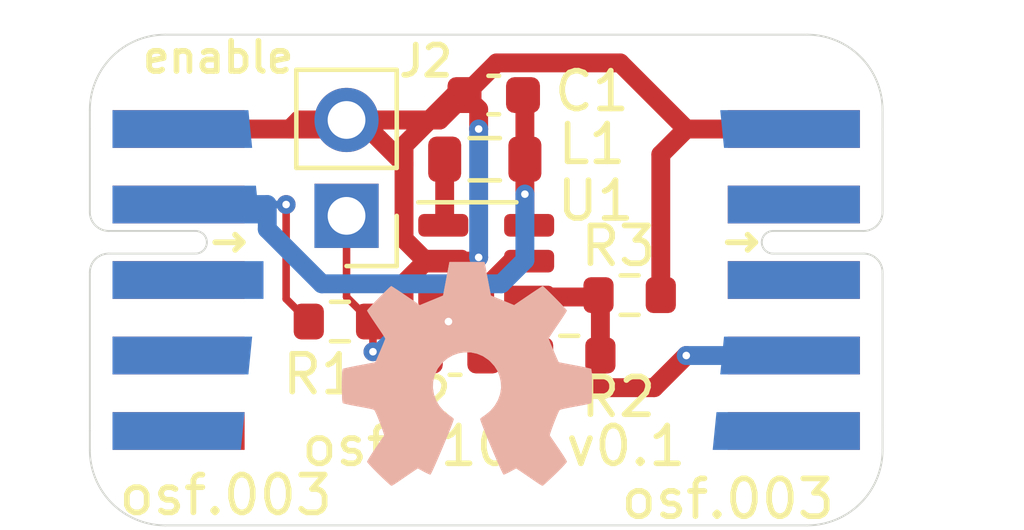
<source format=kicad_pcb>
(kicad_pcb (version 20211014) (generator pcbnew)
  (layers (0 "F.Cu" signal) (31 "B.Cu" signal) (34 "B.Paste" user) (35 "F.Paste" user) (36 "B.SilkS" user "B.Silkscreen") (37 "F.SilkS" user "F.Silkscreen") (38 "B.Mask" user) (39 "F.Mask" user) (44 "Edge.Cuts" user))
  (net 0 "")
  (net 1 "/step up/in")
  (net 2 "GND")
  (net 3 "/step up/3.3V")
  (net 20 "/step up/EN")
  (net 21 "/step up/SW")
  (net 22 "/step up/FB")
  (footprint "Inductor_SMD:L_0805_2012Metric" (layer "F.Cu") (at 150.4625 93.3 180)
    (fp_text reference "L1" (at -2.8375 0.4) (layer "F.SilkS"))
    (fp_text value "4.7uH")
    (fp_line (start -0.399622 -0.56) (end 0.399622 -0.56) (layer "F.SilkS") (width 0.12))
    (fp_line (start -0.399622 0.56) (end 0.399622 0.56) (layer "F.SilkS") (width 0.12))
    (pad "1" smd roundrect (at -1.0625 0 180) (size 0.875 1.2) (layers "F.Cu" "F.Paste" "F.Mask") (net 1 "/step up/in"))
    (pad "2" smd roundrect (at 1.0625 0 180) (size 0.875 1.2) (layers "F.Cu" "F.Paste" "F.Mask") (net 21 "/step up/SW"))
  )
  (footprint "Capacitor_SMD:C_0603_1608Metric" (layer "F.Cu") (at 149.675 98.5 180)
    (fp_text reference "C2" (at 1.075 -1.1) (layer "F.SilkS"))
    (fp_text value "10uF")
    (fp_line (start -0.14058 0.51) (end 0.14058 0.51) (layer "F.SilkS") (width 0.12))
    (fp_line (start -0.14058 -0.51) (end 0.14058 -0.51) (layer "F.SilkS") (width 0.12))
    (pad "1" smd roundrect (at -0.775 0 180) (size 0.9 0.95) (layers "F.Cu" "F.Paste" "F.Mask") (net 3 "/step up/3.3V"))
    (pad "2" smd roundrect (at 0.775 0 180) (size 0.9 0.95) (layers "F.Cu" "F.Paste" "F.Mask") (net 2 "GND"))
  )
  (footprint "Connector_PinHeader_2.54mm:PinHeader_1x02_P2.54mm_Vertical" (layer "F.Cu") (at 146.8 94.8 180)
    (fp_text reference "J2" (at -2.1 4.1) (layer "F.SilkS") (effects (font (size 0.8 0.8))))
    (fp_text value "Conn_01x02_Male")
    (fp_line (start -1.33 3.87) (end 1.33 3.87) (layer "F.SilkS") (width 0.12))
    (fp_line (start -1.33 0) (end -1.33 -1.33) (layer "F.SilkS") (width 0.12))
    (fp_line (start -1.33 -1.33) (end 0 -1.33) (layer "F.SilkS") (width 0.12))
    (fp_line (start 1.33 1.27) (end 1.33 3.87) (layer "F.SilkS") (width 0.12))
    (fp_line (start -1.33 1.27) (end 1.33 1.27) (layer "F.SilkS") (width 0.12))
    (fp_line (start -1.33 1.27) (end -1.33 3.87) (layer "F.SilkS") (width 0.12))
    (pad "1" thru_hole rect (at 0 0 180) (size 1.7 1.7) (drill 1) (layers *.Cu *.Mask) (net 20 "/step up/EN"))
    (pad "2" thru_hole oval (at 0 2.54 180) (size 1.7 1.7) (drill 1) (layers *.Cu *.Mask) (net 2 "GND"))
  )
  (footprint "on_edge:on_edge_2x05_device" (layer "F.Cu") (at 140 96.5 -90)
    (fp_text reference "J1")
    (fp_text value "003_power")
    (fp_line (start -1 -4.05) (end -1 -3.323) (layer "F.SilkS") (width 0.153))
    (fp_line (start -1.2 -3.85) (end -1 -4.05) (layer "F.SilkS") (width 0.153))
    (fp_line (start -1 -4.05) (end -0.8 -3.85) (layer "F.SilkS") (width 0.153))
    (fp_line (start -0.2 0) (end 4 0) (layer "Edge.Cuts") (width 0.05))
    (fp_line (start -4 0) (end -1.8 0) (layer "Edge.Cuts") (width 0.05))
    (fp_line (start -1.3 -2.8) (end -1.3 -0.5) (layer "Edge.Cuts") (width 0.05))
    (fp_line (start -0.7 -0.5) (end -0.7 -2.8) (layer "Edge.Cuts") (width 0.05))
    (fp_arc (start -1.3 -0.5) (mid -1.446447 -0.146447) (end -1.8 0) (layer "Edge.Cuts") (width 0.05))
    (fp_arc (start -1.3 -2.8) (mid -1 -3.1) (end -0.7 -2.8) (layer "Edge.Cuts") (width 0.05))
    (fp_arc (start -0.2 0) (mid -0.553553 -0.146447) (end -0.7 -0.5) (layer "Edge.Cuts") (width 0.05))
    (pad "1" smd rect (at -4 -2.35 90) (size 1 3.5) (layers "F.Cu" "F.Mask") (net 2 "GND"))
    (pad "2" smd rect (at -2 -2.35 270) (size 1 3.5) (layers "F.Cu" "F.Mask"))
    (pad "3" smd rect (at 0 -2.35 270) (size 1 3.5) (layers "F.Cu" "F.Mask"))
    (pad "4" smd rect (at 2 -2.35 90) (size 1 3.5) (layers "F.Cu" "F.Mask"))
    (pad "5" smd rect (at 4 -2.35 90) (size 1 3.5) (layers "F.Cu" "F.Mask"))
    (pad "6" smd custom (at -4 -2.4 270) (size 1 3.6) (layers "B.Cu" "B.Mask") (options (clearance outline) (anchor rect)) (primitives (gr_poly (pts (xy 0.5 -1.8) (xy 0.5 -1.9) (xy -0.5 -1.8)) (width 0) (fill yes))))
    (pad "7" smd custom (at -2 -2.1 270) (size 1 3) (layers "B.Cu" "B.Mask") (net 1 "/step up/in") (options (clearance outline) (anchor rect)) (primitives (gr_poly (pts (xy 0.3 -0.51) (xy 0.31 -0.62) (xy 0.33 -0.7) (xy 0.35 -0.76) (xy 0.37 -0.81) (xy 0.4 -0.86) (xy 0.44 -0.92) (xy 0.48 -0.97) (xy 0.5 -0.99) (xy 0.5 -2.4) (xy -0.5 -2.3) (xy -0.5 1.5) (xy 0.3 1.5)) (width 0) (fill yes))))
    (pad "8" smd rect (at 0 -2.6 270) (size 1 4) (layers "B.Cu" "B.Mask"))
    (pad "9" smd custom (at 2 -2.4 270) (size 1 3.6) (layers "B.Cu" "B.Mask") (options (clearance outline) (anchor rect)) (primitives (gr_poly (pts (xy -0.5 -1.8) (xy -0.5 -1.9) (xy 0.5 -1.8)) (width 0) (fill yes))))
    (pad "10" smd custom (at 4 -2.3 270) (size 1 3.4) (layers "B.Cu" "B.Mask") (options (clearance outline) (anchor rect)) (primitives (gr_poly (pts (xy -0.5 -1.7) (xy -0.5 -1.8) (xy 0.5 -1.7)) (width 0) (fill yes))))
  )
  (footprint "Resistor_SMD:R_0603_1608Metric" (layer "F.Cu") (at 154.3 96.9)
    (fp_text reference "R3" (at -0.3 -1.3) (layer "F.SilkS"))
    (fp_text value "180k")
    (fp_line (start -0.237258 -0.5225) (end 0.237258 -0.5225) (layer "F.SilkS") (width 0.12))
    (fp_line (start -0.237258 0.5225) (end 0.237258 0.5225) (layer "F.SilkS") (width 0.12))
    (pad "1" smd roundrect (at -0.825 0) (size 0.8 0.95) (layers "F.Cu" "F.Paste" "F.Mask") (net 22 "/step up/FB"))
    (pad "2" smd roundrect (at 0.825 0) (size 0.8 0.95) (layers "F.Cu" "F.Paste" "F.Mask") (net 2 "GND"))
  )
  (footprint "Resistor_SMD:R_0603_1608Metric" (layer "F.Cu") (at 152.7 98.5)
    (fp_text reference "R2" (at 1.3 1.1) (layer "F.SilkS"))
    (fp_text value "1M")
    (fp_line (start -0.237258 -0.5225) (end 0.237258 -0.5225) (layer "F.SilkS") (width 0.12))
    (fp_line (start -0.237258 0.5225) (end 0.237258 0.5225) (layer "F.SilkS") (width 0.12))
    (pad "1" smd roundrect (at -0.825 0) (size 0.8 0.95) (layers "F.Cu" "F.Paste" "F.Mask") (net 3 "/step up/3.3V"))
    (pad "2" smd roundrect (at 0.825 0) (size 0.8 0.95) (layers "F.Cu" "F.Paste" "F.Mask") (net 22 "/step up/FB"))
  )
  (footprint "Capacitor_SMD:C_0603_1608Metric" (layer "F.Cu") (at 150.7 91.6 180)
    (fp_text reference "C1" (at -2.6 0.1) (layer "F.SilkS"))
    (fp_text value "10uF")
    (fp_line (start -0.14058 -0.51) (end 0.14058 -0.51) (layer "F.SilkS") (width 0.12))
    (fp_line (start -0.14058 0.51) (end 0.14058 0.51) (layer "F.SilkS") (width 0.12))
    (pad "1" smd roundrect (at -0.775 0 180) (size 0.9 0.95) (layers "F.Cu" "F.Paste" "F.Mask") (net 1 "/step up/in"))
    (pad "2" smd roundrect (at 0.775 0 180) (size 0.9 0.95) (layers "F.Cu" "F.Paste" "F.Mask") (net 2 "GND"))
  )
  (footprint "on_edge:on_edge_2x05_host" (layer "F.Cu") (at 161 96.5 -90)
    (fp_text reference "J3")
    (fp_text value "003_power")
    (fp_line (start -0.8 3.573) (end -1 3.373) (layer "F.SilkS") (width 0.153))
    (fp_line (start -1 3.373) (end -1.2 3.573) (layer "F.SilkS") (width 0.153))
    (fp_line (start -1 4.1) (end -1 3.373) (layer "F.SilkS") (width 0.153))
    (fp_line (start -1.3 0.5) (end -1.3 2.9) (layer "Edge.Cuts") (width 0.05))
    (fp_line (start -4 0) (end -1.8 0) (layer "Edge.Cuts") (width 0.05))
    (fp_line (start -0.2 0) (end 4 0) (layer "Edge.Cuts") (width 0.05))
    (fp_line (start -0.7 2.9) (end -0.7 0.5) (layer "Edge.Cuts") (width 0.05))
    (fp_arc (start -0.7 2.9) (mid -1 3.2) (end -1.3 2.9) (layer "Edge.Cuts") (width 0.05))
    (fp_arc (start -0.7 0.5) (mid -0.553553 0.146447) (end -0.2 0) (layer "Edge.Cuts") (width 0.05))
    (fp_arc (start -1.8 0) (mid -1.446447 0.146447) (end -1.3 0.5) (layer "Edge.Cuts") (width 0.05))
    (pad "1" smd rect (at -4 2.35 270) (size 1 3.5) (layers "F.Cu" "F.Mask") (net 2 "GND"))
    (pad "2" smd rect (at -2 2.35 270) (size 1 3.5) (layers "F.Cu" "F.Mask"))
    (pad "3" smd rect (at 0 2.35 270) (size 1 3.5) (layers "F.Cu" "F.Mask"))
    (pad "4" smd rect (at 2 2.35 270) (size 1 3.5) (layers "F.Cu" "F.Mask"))
    (pad "5" smd rect (at 4 2.35 270) (size 1 3.5) (layers "F.Cu" "F.Mask"))
    (pad "6" smd custom (at -4 2.4 90) (size 1 3.6) (layers "B.Cu" "B.Mask") (options (clearance outline) (anchor rect)) (primitives (gr_poly (pts (xy 0.5 -1.8) (xy -0.5 -1.8) (xy 0.5 -1.9)) (width 0) (fill yes))))
    (pad "7" smd rect (at -2 2.35 90) (size 1 3.5) (layers "B.Cu" "B.Mask"))
    (pad "8" smd rect (at 0 2.35 90) (size 1 3.5) (layers "B.Cu" "B.Mask"))
    (pad "9" smd custom (at 2 2.4 90) (size 1 3.6) (layers "B.Cu" "B.Mask") (net 3 "/step up/3.3V") (options (clearance outline) (anchor rect)) (primitives (gr_poly (pts (xy 0.5 -1.8) (xy -0.5 -1.8) (xy -0.5 -1.9)) (width 0) (fill yes))))
    (pad "10" smd custom (at 4 2.5 90) (size 1 3.8) (layers "B.Cu" "B.Mask") (options (clearance outline) (anchor rect)) (primitives (gr_poly (pts (xy 0.5 -1.9) (xy -0.5 -1.9) (xy -0.5 -2)) (width 0) (fill yes))))
  )
  (footprint "Resistor_SMD:R_0603_1608Metric" (layer "F.Cu") (at 146.625 97.6)
    (fp_text reference "R1" (at -0.525 1.4) (layer "F.SilkS"))
    (fp_text value "10k")
    (fp_line (start -0.237258 -0.5225) (end 0.237258 -0.5225) (layer "F.SilkS") (width 0.12))
    (fp_line (start -0.237258 0.5225) (end 0.237258 0.5225) (layer "F.SilkS") (width 0.12))
    (pad "1" smd roundrect (at -0.825 0) (size 0.8 0.95) (layers "F.Cu" "F.Paste" "F.Mask") (net 1 "/step up/in"))
    (pad "2" smd roundrect (at 0.825 0) (size 0.8 0.95) (layers "F.Cu" "F.Paste" "F.Mask") (net 20 "/step up/EN"))
  )
  (footprint "Package_TO_SOT_SMD:SOT-23-6" (layer "F.Cu") (at 150.5 96)
    (fp_text reference "U1" (at 2.9 -1.6) (layer "F.SilkS"))
    (fp_text value "TLV61220")
    (fp_line (start 0 -1.56) (end 0.8 -1.56) (layer "F.SilkS") (width 0.12))
    (fp_line (start 0 1.56) (end 0.8 1.56) (layer "F.SilkS") (width 0.12))
    (fp_line (start 0 1.56) (end -0.8 1.56) (layer "F.SilkS") (width 0.12))
    (fp_line (start 0 -1.56) (end -1.8 -1.56) (layer "F.SilkS") (width 0.12))
    (pad "1" smd roundrect (at -1.1375 -0.95) (size 1.325 0.6) (layers "F.Cu" "F.Paste" "F.Mask") (net 21 "/step up/SW"))
    (pad "2" smd roundrect (at -1.1375 0) (size 1.325 0.6) (layers "F.Cu" "F.Paste" "F.Mask") (net 2 "GND"))
    (pad "3" smd roundrect (at -1.1375 0.95) (size 1.325 0.6) (layers "F.Cu" "F.Paste" "F.Mask") (net 20 "/step up/EN"))
    (pad "4" smd roundrect (at 1.1375 0.95) (size 1.325 0.6) (layers "F.Cu" "F.Paste" "F.Mask") (net 22 "/step up/FB"))
    (pad "5" smd roundrect (at 1.1375 0) (size 1.325 0.6) (layers "F.Cu" "F.Paste" "F.Mask") (net 3 "/step up/3.3V"))
    (pad "6" smd roundrect (at 1.1375 -0.95) (size 1.325 0.6) (layers "F.Cu" "F.Paste" "F.Mask") (net 1 "/step up/in"))
  )
  (footprint "Symbol:OSHW-Symbol_6.7x6mm_SilkScreen" (layer "B.Cu") (at 150 99 180)
    (fp_text reference "LOGO1" hide)
    (fp_text value "Logo_Open_Hardware_Small" hide)
    (fp_poly (pts (xy 0.555814 2.531069) (xy 0.639635 2.086445) (xy 0.94892 1.958947) (xy 1.258206 1.831449) (xy 1.629246 2.083754) (xy 1.733157 2.154004) (xy 1.827087 2.216728) (xy 1.906652 2.269062) (xy 1.96747 2.308143) (xy 2.005157 2.331107) (xy 2.015421 2.336058) (xy 2.03391 2.323324) (xy 2.07342 2.288118) (xy 2.129522 2.234938) (xy 2.197787 2.168282) (xy 2.273786 2.092646) (xy 2.353092 2.012528) (xy 2.431275 1.932426) (xy 2.503907 1.856836) (xy 2.566559 1.790255) (xy 2.614803 1.737182) (xy 2.64421 1.702113) (xy 2.651241 1.690377) (xy 2.641123 1.66874) (xy 2.612759 1.621338) (xy 2.569129 1.552807) (xy 2.513218 1.467785) (xy 2.448006 1.370907) (xy 2.410219 1.31565) (xy 2.341343 1.214752) (xy 2.28014 1.123701) (xy 2.229578 1.04703) (xy 2.192628 0.989272) (xy 2.172258 0.954957) (xy 2.169197 0.947746) (xy 2.176136 0.927252) (xy 2.195051 0.879487) (xy 2.223087 0.811168) (xy 2.257391 0.729011) (xy 2.295109 0.63973) (xy 2.333387 0.550042) (xy 2.36937 0.466662) (xy 2.400206 0.396306) (xy 2.423039 0.34569) (xy 2.435017 0.321529) (xy 2.435724 0.320578) (xy 2.454531 0.315964) (xy 2.504618 0.305672) (xy 2.580793 0.290713) (xy 2.677865 0.272099) (xy 2.790643 0.250841) (xy 2.856442 0.238582) (xy 2.97695 0.215638) (xy 3.085797 0.193805) (xy 3.177476 0.174278) (xy 3.246481 0.158252) (xy 3.287304 0.146921) (xy 3.295511 0.143326) (xy 3.303548 0.118994) (xy 3.310033 0.064041) (xy 3.31497 -0.015108) (xy 3.318364 -0.112026) (xy 3.320218 -0.220287) (xy 3.320538 -0.333465) (xy 3.319327 -0.445135) (xy 3.31659 -0.548868) (xy 3.312331 -0.638241) (xy 3.306555 -0.706826) (xy 3.299267 -0.748197) (xy 3.294895 -0.75681) (xy 3.268764 -0.767133) (xy 3.213393 -0.781892) (xy 3.136107 -0.799352) (xy 3.04423 -0.81778) (xy 3.012158 -0.823741) (xy 2.857524 -0.852066) (xy 2.735375 -0.874876) (xy 2.641673 -0.89308) (xy 2.572384 -0.907583) (xy 2.523471 -0.919292) (xy 2.490897 -0.929115) (xy 2.470628 -0.937956) (xy 2.458626 -0.946724) (xy 2.456947 -0.948457) (xy 2.440184 -0.976371) (xy 2.414614 -1.030695) (xy 2.382788 -1.104777) (xy 2.34726 -1.191965) (xy 2.310583 -1.285608) (xy 2.275311 -1.379052) (xy 2.243996 -1.465647) (xy 2.219193 -1.53874) (xy 2.203454 -1.591678) (xy 2.199332 -1.617811) (xy 2.199676 -1.618726) (xy 2.213641 -1.640086) (xy 2.245322 -1.687084) (xy 2.291391 -1.754827) (xy 2.348518 -1.838423) (xy 2.413373 -1.932982) (xy 2.431843 -1.959854) (xy 2.497699 -2.057275) (xy 2.55565 -2.146163) (xy 2.602538 -2.221412) (xy 2.635207 -2.27792) (xy 2.6505 -2.310581) (xy 2.651241 -2.314593) (xy 2.638392 -2.335684) (xy 2.602888 -2.377464) (xy 2.549293 -2.435445) (xy 2.482171 -2.505135) (xy 2.406087 -2.582045) (xy 2.325604 -2.661683) (xy 2.245287 -2.739561) (xy 2.169699 -2.811186) (xy 2.103405 -2.87207) (xy 2.050969 -2.917721) (xy 2.016955 -2.94365) (xy 2.007545 -2.947883) (xy 1.985643 -2.937912) (xy 1.9408 -2.91102) (xy 1.880321 -2.871736) (xy 1.833789 -2.840117) (xy 1.749475 -2.782098) (xy 1.649626 -2.713784) (xy 1.549473 -2.645579) (xy 1.495627 -2.609075) (xy 1.313371 -2.4858) (xy 1.160381 -2.56852) (xy 1.090682 -2.604759) (xy 1.031414 -2.632926) (xy 0.991311 -2.648991) (xy 0.981103 -2.651226) (xy 0.968829 -2.634722) (xy 0.944613 -2.588082) (xy 0.910263 -2.515609) (xy 0.867588 -2.421606) (xy 0.818394 -2.310374) (xy 0.76449 -2.186215) (xy 0.707684 -2.053432) (xy 0.649782 -1.916327) (xy 0.592593 -1.779202) (xy 0.537924 -1.646358) (xy 0.487584 -1.522098) (xy 0.44338 -1.410725) (xy 0.407119 -1.316539) (xy 0.380609 -1.243844) (xy 0.365658 -1.196941) (xy 0.363254 -1.180833) (xy 0.382311 -1.160286) (xy 0.424036 -1.126933) (xy 0.479706 -1.087702) (xy 0.484378 -1.084599) (xy 0.628264 -0.969423) (xy 0.744283 -0.835053) (xy 0.83143 -0.685784) (xy 0.888699 -0.525913) (xy 0.915086 -0.359737) (xy 0.909585 -0.191552) (xy 0.87119 -0.025655) (xy 0.798895 0.133658) (xy 0.777626 0.168513) (xy 0.666996 0.309263) (xy 0.536302 0.422286) (xy 0.390064 0.506997) (xy 0.232808 0.562806) (xy 0.069057 0.589126) (xy -0.096667 0.58537) (xy -0.259838 0.55095) (xy -0.415935 0.485277) (xy -0.560433 0.387765) (xy -0.605131 0.348187) (xy -0.718888 0.224297) (xy -0.801782 0.093876) (xy -0.858644 -0.052315) (xy -0.890313 -0.197088) (xy -0.898131 -0.35986) (xy -0.872062 -0.52344) (xy -0.814755 -0.682298) (xy -0.728856 -0.830906) (xy -0.617014 -0.963735) (xy -0.481877 -1.075256) (xy -0.464117 -1.087011) (xy -0.40785 -1.125508) (xy -0.365077 -1.158863) (xy -0.344628 -1.18016) (xy -0.344331 -1.180833) (xy -0.348721 -1.203871) (xy -0.366124 -1.256157) (xy -0.394732 -1.33339) (xy -0.432735 -1.431268) (xy -0.478326 -1.545491) (xy -0.529697 -1.671758) (xy -0.585038 -1.805767) (xy -0.642542 -1.943218) (xy -0.700399 -2.079808) (xy -0.756802 -2.211237) (xy -0.809942 -2.333205) (xy -0.85801 -2.441409) (xy -0.899199 -2.531549) (xy -0.931699 -2.599323) (xy -0.953703 -2.64043) (xy -0.962564 -2.651226) (xy -0.98964 -2.642819) (xy -1.040303 -2.620272) (xy -1.105817 -2.587613) (xy -1.141841 -2.56852) (xy -1.294832 -2.4858) (xy -1.477088 -2.609075) (xy -1.570125 -2.672228) (xy -1.671985 -2.741727) (xy -1.767438 -2.807165) (xy -1.81525 -2.840117) (xy -1.882495 -2.885273) (xy -1.939436 -2.921057) (xy -1.978646 -2.942938) (xy -1.991381 -2.947563) (xy -2.009917 -2.935085) (xy -2.050941 -2.900252) (xy -2.110475 -2.846678) (xy -2.184542 -2.777983) (xy -2.269165 -2.697781) (xy -2.322685 -2.646286) (xy -2.416319 -2.554286) (xy -2.497241 -2.471999) (xy -2.562177 -2.402945) (xy -2.607858 -2.350644) (xy -2.631011 -2.318616) (xy -2.633232 -2.312116) (xy -2.622924 -2.287394) (xy -2.594439 -2.237405) (xy -2.550937 -2.167212) (xy -2.495577 -2.081875) (xy -2.43152 -1.986456) (xy -2.413303 -1.959854) (xy -2.346927 -1.863167) (xy -2.287378 -1.776117) (xy -2.237984 -1.703595) (xy -2.202075 -1.650493) (xy -2.182981 -1.621703) (xy -2.181136 -1.618726) (xy -2.183895 -1.595782) (xy -2.198538 -1.545336) (xy -2.222513 -1.474041) (xy -2.253266 -1.388547) (xy -2.288244 -1.295507) (xy -2.324893 -1.201574) (xy -2.360661 -1.113399) (xy -2.392994 -1.037634) (xy -2.419338 -0.980931) (xy -2.437142 -0.949943) (xy -2.438407 -0.948457) (xy -2.449294 -0.939601) (xy -2.467682 -0.930843) (xy -2.497606 -0.921277) (xy -2.543103 -0.909996) (xy -2.608209 -0.896093) (xy -2.696961 -0.878663) (xy -2.813393 -0.856798) (xy -2.961542 -0.829591) (xy -2.993618 -0.823741) (xy -3.088686 -0.805374) (xy -3.171565 -0.787405) (xy -3.23493 -0.771569) (xy -3.271458 -0.7596) (xy -3.276356 -0.75681) (xy -3.284427 -0.732072) (xy -3.290987 -0.67679) (xy -3.296033 -0.597389) (xy -3.299559 -0.500296) (xy -3.301561 -0.391938) (xy -3.302036 -0.27874) (xy -3.300977 -0.167128) (xy -3.298382 -0.063529) (xy -3.294246 0.025632) (xy -3.288563 0.093928) (xy -3.281331 0.134934) (xy -3.276971 0.143326) (xy -3.252698 0.151792) (xy -3.197426 0.165565) (xy -3.116662 0.18345) (xy -3.015912 0.204252) (xy -2.900683 0.226777) (xy -2.837902 0.238582) (xy -2.718787 0.260849) (xy -2.612565 0.281021) (xy -2.524427 0.298085) (xy -2.459566 0.311031) (xy -2.423174 0.318845) (xy -2.417184 0.320578) (xy -2.407061 0.34011) (xy -2.385662 0.387157) (xy -2.355839 0.454997) (xy -2.320445 0.536909) (xy -2.282332 0.626172) (xy -2.244353 0.716065) (xy -2.20936 0.799865) (xy -2.180206 0.870853) (xy -2.159743 0.922306) (xy -2.150823 0.947503) (xy -2.150657 0.948604) (xy -2.160769 0.968481) (xy -2.189117 1.014223) (xy -2.232723 1.081283) (xy -2.288606 1.165116) (xy -2.353787 1.261174) (xy -2.391679 1.31635) (xy -2.460725 1.417519) (xy -2.52205 1.50937) (xy -2.572663 1.587256) (xy -2.609571 1.646531) (xy -2.629782 1.682549) (xy -2.632701 1.690623) (xy -2.620153 1.709416) (xy -2.585463 1.749543) (xy -2.533063 1.806507) (xy -2.467384 1.875815) (xy -2.392856 1.952969) (xy -2.313913 2.033475) (xy -2.234983 2.112837) (xy -2.1605 2.18656) (xy -2.094894 2.250148) (xy -2.042596 2.299106) (xy -2.008039 2.328939) (xy -1.996478 2.336058) (xy -1.977654 2.326047) (xy -1.932631 2.297922) (xy -1.865787 2.254546) (xy -1.781499 2.198782) (xy -1.684144 2.133494) (xy -1.610707 2.083754) (xy -1.239667 1.831449) (xy -0.621095 2.086445) (xy -0.537275 2.531069) (xy -0.453454 2.975693) (xy 0.471994 2.975693) (xy 0.555814 2.531069)) (layer "B.SilkS") (width 0.01) (fill solid))
  )
  (gr_line (start 161 92.5) (end 161 92) (layer "Edge.Cuts") (width 0.05))
  (gr_line (start 142 90) (end 159 90) (layer "Edge.Cuts") (width 0.05))
  (gr_arc (start 161 101) (mid 160.414214 102.414214) (end 159 103) (layer "Edge.Cuts") (width 0.05))
  (gr_line (start 159 103) (end 142 103) (layer "Edge.Cuts") (width 0.05))
  (gr_arc (start 159 90) (mid 160.414214 90.585786) (end 161 92) (layer "Edge.Cuts") (width 0.05))
  (gr_arc (start 142 103) (mid 140.585786 102.414214) (end 140 101) (layer "Edge.Cuts") (width 0.05))
  (gr_arc (start 140 92) (mid 140.585786 90.585786) (end 142 90) (layer "Edge.Cuts") (width 0.05))
  (gr_line (start 161 101) (end 161 100.5) (layer "Edge.Cuts") (width 0.05))
  (gr_line (start 140 92.5) (end 140 92) (layer "Edge.Cuts") (width 0.05))
  (gr_line (start 140 101) (end 140 100.5) (layer "Edge.Cuts") (width 0.05))
  (gr_text "osf.003" (at 156.9 102.3) (layer "F.SilkS") (effects (font (size 1 1))))
  (gr_text "enable" (at 143.4 90.6) (layer "F.SilkS") (effects (font (size 0.8 0.8))))
  (gr_text "osf.b100.v0.1" (at 150.7 100.9) (layer "F.SilkS") (effects (font (size 1 1))))
  (gr_text "osf.003" (at 143.6 102.2) (layer "F.SilkS") (effects (font (size 1 1))))
  (segment (start 151.525 91.65) (end 151.475 91.6) (width 0.5) (layer "F.Cu") (net 1))
  (segment (start 151.525 93.3) (end 151.525 94.9375) (width 0.5) (layer "F.Cu") (net 1))
  (segment (start 151.525 93.3) (end 151.525 94.225) (width 0.2) (layer "F.Cu") (net 1))
  (segment (start 151.6375 94.3375) (end 151.525 94.225) (width 0.2) (layer "F.Cu") (net 1))
  (segment (start 145.2 97) (end 145.2 94.5) (width 0.2) (layer "F.Cu") (net 1))
  (segment (start 151.6375 95.05) (end 151.6375 94.3375) (width 0.2) (layer "F.Cu") (net 1))
  (segment (start 145.8 97.6) (end 145.2 97) (width 0.2) (layer "F.Cu") (net 1))
  (segment (start 151.525 94.9375) (end 151.6375 95.05) (width 0.5) (layer "F.Cu") (net 1))
  (segment (start 151.525 93.3) (end 151.525 91.65) (width 0.5) (layer "F.Cu") (net 1))
  (via (at 151.525 94.225) (size 0.5) (drill 0.2) (layers "F.Cu" "B.Cu") (net 1))
  (via (at 145.2 94.5) (size 0.5) (drill 0.2) (layers "F.Cu" "B.Cu") (net 1))
  (segment (start 145.2 94.5) (end 144.7 94.5) (width 0.2) (layer "B.Cu") (net 1))
  (segment (start 144.7 94.5) (end 142.1 94.5) (width 0.5) (layer "B.Cu") (net 1))
  (segment (start 150.9 96.6) (end 146.146 96.6) (width 0.5) (layer "B.Cu") (net 1))
  (segment (start 144.7 95.154) (end 144.7 94.5) (width 0.5) (layer "B.Cu") (net 1))
  (segment (start 151.525 94.225) (end 151.525 95.975) (width 0.5) (layer "B.Cu") (net 1))
  (segment (start 151.525 95.975) (end 150.9 96.6) (width 0.5) (layer "B.Cu") (net 1))
  (segment (start 146.146 96.6) (end 144.7 95.154) (width 0.5) (layer "B.Cu") (net 1))
  (segment (start 148.323 95.418291) (end 148.323 93.423) (width 0.5) (layer "F.Cu") (net 2))
  (segment (start 149.3625 96) (end 150.2 96) (width 0.5) (layer "F.Cu") (net 2))
  (segment (start 148.904709 96) (end 148.323 95.418291) (width 0.5) (layer "F.Cu") (net 2))
  (segment (start 149.657482 91.6) (end 149.925 91.6) (width 0.5) (layer "F.Cu") (net 2))
  (segment (start 154.048 90.748) (end 155.8 92.5) (width 0.5) (layer "F.Cu") (net 2))
  (segment (start 145.3 92.5) (end 142.35 92.5) (width 0.5) (layer "F.Cu") (net 2))
  (segment (start 155.125 96.9) (end 155.125 93.175) (width 0.5) (layer "F.Cu") (net 2))
  (segment (start 149.265 92.26) (end 150.777 90.748) (width 0.5) (layer "F.Cu") (net 2))
  (segment (start 149.265 92.26) (end 146.8 92.26) (width 0.5) (layer "F.Cu") (net 2))
  (segment (start 148.9 98.5) (end 148.323 97.923) (width 0.5) (layer "F.Cu") (net 2))
  (segment (start 150.3 91.975) (end 149.925 91.6) (width 0.5) (layer "F.Cu") (net 2))
  (segment (start 145.54 92.26) (end 149.265 92.26) (width 0.5) (layer "F.Cu") (net 2))
  (segment (start 148.323 96.581709) (end 148.904709 96) (width 0.5) (layer "F.Cu") (net 2))
  (segment (start 148.323 97.923) (end 148.323 96.581709) (width 0.5) (layer "F.Cu") (net 2))
  (segment (start 150.3 92.5) (end 150.3 91.975) (width 0.5) (layer "F.Cu") (net 2))
  (segment (start 150.2 96) (end 150.3 95.9) (width 0.5) (layer "F.Cu") (net 2))
  (segment (start 147.4 92.5) (end 145.3 92.5) (width 0.5) (layer "F.Cu") (net 2))
  (segment (start 150.777 90.748) (end 154.048 90.748) (width 0.5) (layer "F.Cu") (net 2))
  (segment (start 148.323 93.423) (end 147.4 92.5) (width 0.5) (layer "F.Cu") (net 2))
  (segment (start 149.925 91.6) (end 149.265 92.26) (width 0.5) (layer "F.Cu") (net 2))
  (segment (start 158.65 92.5) (end 155.8 92.5) (width 0.5) (layer "F.Cu") (net 2))
  (segment (start 145.3 92.5) (end 145.54 92.26) (width 0.5) (layer "F.Cu") (net 2))
  (segment (start 155.125 93.175) (end 155.8 92.5) (width 0.5) (layer "F.Cu") (net 2))
  (segment (start 149.3625 96) (end 148.904709 96) (width 0.5) (layer "F.Cu") (net 2))
  (segment (start 148.323 93.423) (end 148.323 92.934482) (width 0.5) (layer "F.Cu") (net 2))
  (segment (start 148.323 92.934482) (end 149.657482 91.6) (width 0.5) (layer "F.Cu") (net 2))
  (via (at 150.3 92.5) (size 0.5) (drill 0.2) (layers "F.Cu" "B.Cu") (net 2))
  (via (at 150.3 95.9) (size 0.5) (drill 0.2) (layers "F.Cu" "B.Cu") (net 2))
  (segment (start 150.3 95.9) (end 150.3 92.5) (width 0.5) (layer "B.Cu") (net 2))
  (segment (start 151.179709 96) (end 151.6375 96) (width 0.5) (layer "F.Cu") (net 3))
  (segment (start 150.459712 96.719997) (end 151.179709 96) (width 0.5) (layer "F.Cu") (net 3))
  (segment (start 150.459712 98.5) (end 150.459712 96.719997) (width 0.5) (layer "F.Cu") (net 3))
  (segment (start 150.45 98.5) (end 151.875 98.5) (width 0.5) (layer "F.Cu") (net 3))
  (segment (start 154.948 99.352) (end 155.8 98.5) (width 0.5) (layer "F.Cu") (net 3))
  (segment (start 152.727 99.352) (end 154.948 99.352) (width 0.5) (layer "F.Cu") (net 3))
  (segment (start 151.875 98.5) (end 152.727 99.352) (width 0.5) (layer "F.Cu") (net 3))
  (via (at 155.8 98.5) (size 0.5) (drill 0.2) (layers "F.Cu" "B.Cu") (net 3))
  (segment (start 155.8 98.5) (end 158.6 98.5) (width 0.5) (layer "B.Cu") (net 3))
  (segment (start 147.45 97.6) (end 146.8 96.95) (width 0.2) (layer "F.Cu") (net 20))
  (segment (start 147.5 98.4) (end 147.5 97.65) (width 0.2) (layer "F.Cu") (net 20))
  (segment (start 149.5 97.6) (end 149.5 97.0875) (width 0.2) (layer "F.Cu") (net 20))
  (segment (start 149.5 97.0875) (end 149.3625 96.95) (width 0.2) (layer "F.Cu") (net 20))
  (segment (start 147.5 97.65) (end 147.45 97.6) (width 0.2) (layer "F.Cu") (net 20))
  (segment (start 146.8 96.95) (end 146.8 94.8) (width 0.2) (layer "F.Cu") (net 20))
  (via (at 147.5 98.4) (size 0.5) (drill 0.2) (layers "F.Cu" "B.Cu") (net 20))
  (via (at 149.5 97.6) (size 0.5) (drill 0.2) (layers "F.Cu" "B.Cu") (net 20))
  (segment (start 147.5 98.4) (end 148.3 97.6) (width 0.2) (layer "B.Cu") (net 20))
  (segment (start 148.3 97.6) (end 149.5 97.6) (width 0.2) (layer "B.Cu") (net 20))
  (segment (start 149.4 93.3) (end 149.4 95.0125) (width 0.5) (layer "F.Cu") (net 21))
  (segment (start 149.4 95.0125) (end 149.3625 95.05) (width 0.5) (layer "F.Cu") (net 21))
  (segment (start 153.525 98.5) (end 153.525 96.95) (width 0.5) (layer "F.Cu") (net 22))
  (segment (start 153.525 96.95) (end 153.475 96.9) (width 0.5) (layer "F.Cu") (net 22))
  (segment (start 151.6375 96.95) (end 153.425 96.95) (width 0.5) (layer "F.Cu") (net 22))
  (segment (start 153.425 96.95) (end 153.475 96.9) (width 0.5) (layer "F.Cu") (net 22))
)
</source>
